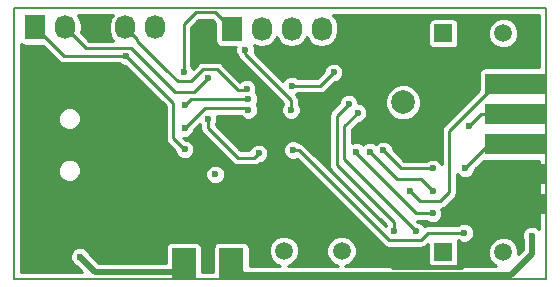
<source format=gbr>
G04 #@! TF.FileFunction,Copper,L2,Bot,Signal*
%FSLAX46Y46*%
G04 Gerber Fmt 4.6, Leading zero omitted, Abs format (unit mm)*
G04 Created by KiCad (PCBNEW 4.0.2+dfsg1-stable) date Wed 02 May 2018 20:52:18 CST*
%MOMM*%
G01*
G04 APERTURE LIST*
%ADD10C,0.100000*%
%ADD11C,0.150000*%
%ADD12C,1.501140*%
%ADD13C,2.000000*%
%ADD14R,1.727200X2.032000*%
%ADD15O,1.727200X2.032000*%
%ADD16R,1.500000X1.500000*%
%ADD17C,1.500000*%
%ADD18R,5.080000X1.778000*%
%ADD19R,2.000000X2.500000*%
%ADD20C,0.600000*%
%ADD21C,0.250000*%
%ADD22C,0.500000*%
%ADD23C,0.254000*%
G04 APERTURE END LIST*
D10*
D11*
X90170000Y-101460000D02*
X135170000Y-101460000D01*
X90170000Y-124460000D02*
X90170000Y-101460000D01*
X135170000Y-124460000D02*
X90170000Y-124460000D01*
X135170000Y-101460000D02*
X135170000Y-124460000D01*
D12*
X113002060Y-122047000D03*
X117883940Y-122047000D03*
D13*
X123095000Y-109474000D03*
X127095000Y-109474000D03*
D14*
X91948000Y-103124000D03*
D15*
X94488000Y-103124000D03*
X97028000Y-103124000D03*
X99568000Y-103124000D03*
X102108000Y-103124000D03*
D16*
X126492000Y-103632000D03*
D17*
X129032000Y-103632000D03*
X131572000Y-103632000D03*
D16*
X126492000Y-122174000D03*
D17*
X129032000Y-122174000D03*
X131572000Y-122174000D03*
D18*
X132588000Y-107950000D03*
X132588000Y-110490000D03*
X132588000Y-115570000D03*
X132588000Y-113030000D03*
X132588000Y-118110000D03*
D14*
X108585000Y-103251000D03*
D15*
X111125000Y-103251000D03*
X113665000Y-103251000D03*
X116205000Y-103251000D03*
X118745000Y-103251000D03*
D19*
X108553000Y-123063000D03*
X104553000Y-123063000D03*
D20*
X104601000Y-109728000D03*
X109982000Y-109220000D03*
X104601000Y-111633000D03*
X109982000Y-110109000D03*
X109728000Y-105029000D03*
X113601500Y-110109000D03*
X99615000Y-105537000D03*
X104595920Y-113466880D03*
X128270000Y-120523000D03*
X113772000Y-113518000D03*
X107188000Y-115570000D03*
X110871000Y-113792000D03*
X106553000Y-110871000D03*
X123651000Y-116967000D03*
X128651000Y-111506000D03*
X125603000Y-118872000D03*
X119126000Y-113665000D03*
X125603000Y-116967000D03*
X120269000Y-113665000D03*
X128350000Y-115062000D03*
X125603000Y-115062000D03*
X121412000Y-113538000D03*
X95726000Y-122555000D03*
X105156000Y-123190000D03*
X106299000Y-113157000D03*
X100584000Y-122428000D03*
X98933000Y-114935000D03*
X99568000Y-114935000D03*
X100584000Y-107950000D03*
X108839000Y-106553000D03*
X105791000Y-102743000D03*
X113919000Y-118745000D03*
X105410000Y-120396000D03*
X115379500Y-111315500D03*
X109410500Y-113347500D03*
X133985000Y-120777000D03*
X109855000Y-108331000D03*
X106553000Y-107442000D03*
X117221000Y-106934000D03*
X113665000Y-108077000D03*
X118491000Y-109601000D03*
X122301000Y-120396000D03*
X124206000Y-120396000D03*
X119253000Y-110363000D03*
X104521000Y-106934000D03*
D21*
X109474000Y-109220000D02*
X105109000Y-109220000D01*
X105109000Y-109220000D02*
X104601000Y-109728000D01*
X109982000Y-109220000D02*
X109474000Y-109220000D01*
X109474000Y-109220000D02*
X109220000Y-109220000D01*
X109982000Y-110109000D02*
X109855000Y-109982000D01*
X106299000Y-109982000D02*
X109855000Y-109982000D01*
X104648000Y-111633000D02*
X106299000Y-109982000D01*
X104648000Y-111633000D02*
X104601000Y-111633000D01*
X123444000Y-121158000D02*
X124587000Y-121158000D01*
X125222000Y-120523000D02*
X128270000Y-120523000D01*
X124587000Y-121158000D02*
X125222000Y-120523000D01*
X114280000Y-113518000D02*
X113772000Y-113518000D01*
X121920000Y-121158000D02*
X114280000Y-113518000D01*
X123444000Y-121158000D02*
X121920000Y-121158000D01*
X104595920Y-113466880D02*
X104576880Y-113466880D01*
X103632000Y-109554000D02*
X102743000Y-108665000D01*
X103632000Y-112522000D02*
X103632000Y-109554000D01*
X104576880Y-113466880D02*
X103632000Y-112522000D01*
X113601500Y-110109000D02*
X113601500Y-109283500D01*
X109728000Y-105410000D02*
X109728000Y-105029000D01*
X113601500Y-109283500D02*
X109728000Y-105410000D01*
X99615000Y-105537000D02*
X94361000Y-105537000D01*
X94361000Y-105537000D02*
X91948000Y-103124000D01*
X99615000Y-105537000D02*
X102743000Y-108665000D01*
X107188000Y-115570000D02*
X107188000Y-115445000D01*
X106553000Y-110871000D02*
X106553000Y-111633000D01*
X109093000Y-114173000D02*
X110490000Y-114173000D01*
X106553000Y-111633000D02*
X109093000Y-114173000D01*
X110490000Y-114173000D02*
X110871000Y-113792000D01*
X110490000Y-114173000D02*
X110871000Y-113792000D01*
X110490000Y-114173000D02*
X110871000Y-113792000D01*
X130937000Y-107950000D02*
X127000000Y-111887000D01*
X127000000Y-117094000D02*
X127000000Y-111887000D01*
X126238000Y-117856000D02*
X127000000Y-117094000D01*
X124540000Y-117856000D02*
X126238000Y-117856000D01*
X124540000Y-117856000D02*
X123651000Y-116967000D01*
X130937000Y-107950000D02*
X132588000Y-107950000D01*
X132196800Y-107558800D02*
X132588000Y-107950000D01*
X132588000Y-110490000D02*
X129667000Y-110490000D01*
X129667000Y-110490000D02*
X128651000Y-111506000D01*
X131963200Y-111114800D02*
X132588000Y-110490000D01*
X125603000Y-118872000D02*
X124206000Y-118872000D01*
X119126000Y-113792000D02*
X119126000Y-113665000D01*
X124206000Y-118872000D02*
X119126000Y-113792000D01*
X124587000Y-115951000D02*
X125603000Y-116967000D01*
X122555000Y-115951000D02*
X124587000Y-115951000D01*
X120269000Y-113665000D02*
X122555000Y-115951000D01*
X128350000Y-115062000D02*
X130382000Y-113030000D01*
X130382000Y-113030000D02*
X132588000Y-113030000D01*
X122936000Y-115062000D02*
X125603000Y-115062000D01*
X121412000Y-113538000D02*
X122936000Y-115062000D01*
D22*
X103791000Y-123825000D02*
X96996000Y-123825000D01*
X96996000Y-123825000D02*
X95726000Y-122555000D01*
X103791000Y-123825000D02*
X104553000Y-123063000D01*
X103791000Y-123825000D02*
X104553000Y-123063000D01*
D21*
X127127000Y-123376998D02*
X127829002Y-123376998D01*
X127829002Y-123376998D02*
X130048000Y-121158000D01*
X130048000Y-121158000D02*
X132588000Y-118618000D01*
X132588000Y-118618000D02*
X132588000Y-118110000D01*
X129032000Y-122174000D02*
X129032000Y-122487998D01*
X129032000Y-122487998D02*
X128016000Y-123503998D01*
X122233998Y-123503998D02*
X120904000Y-122174000D01*
X128016000Y-123503998D02*
X122233998Y-123503998D01*
X129032000Y-122174000D02*
X129032000Y-122555000D01*
X129032000Y-122555000D02*
X128210002Y-123376998D01*
X128210002Y-123376998D02*
X127127000Y-123376998D01*
X127127000Y-123376998D02*
X122106998Y-123376998D01*
X122106998Y-123376998D02*
X120904000Y-122174000D01*
X120904000Y-122174000D02*
X117475000Y-118745000D01*
X117475000Y-118745000D02*
X116840000Y-118745000D01*
X99568000Y-114935000D02*
X99568000Y-115062000D01*
X99568000Y-115062000D02*
X99568000Y-108966000D01*
X99568000Y-108966000D02*
X100584000Y-107950000D01*
X99568000Y-115062000D02*
X99568000Y-121412000D01*
X102235000Y-120777000D02*
X100584000Y-122428000D01*
X99568000Y-121412000D02*
X100584000Y-122428000D01*
X104140000Y-120777000D02*
X102235000Y-120777000D01*
X129032000Y-122555000D02*
X128210002Y-123376998D01*
X116840000Y-118745000D02*
X113919000Y-118745000D01*
X111633000Y-109347000D02*
X111633000Y-108585000D01*
X111633000Y-108585000D02*
X109601000Y-106553000D01*
X109601000Y-106553000D02*
X108839000Y-106553000D01*
X108839000Y-106553000D02*
X108458000Y-106553000D01*
X108458000Y-106553000D02*
X105791000Y-103886000D01*
X105791000Y-103886000D02*
X105791000Y-102743000D01*
X109601000Y-106553000D02*
X111633000Y-108585000D01*
X105791000Y-103886000D02*
X105791000Y-102743000D01*
X111633000Y-109347000D02*
X111633000Y-111633000D01*
X111633000Y-111315500D02*
X111633000Y-111633000D01*
X111633000Y-111633000D02*
X111633000Y-118999000D01*
X111633000Y-118999000D02*
X110871000Y-119761000D01*
X118745000Y-103251000D02*
X118745000Y-106934000D01*
X118745000Y-106934000D02*
X115379500Y-110299500D01*
X115379500Y-111315500D02*
X115379500Y-110299500D01*
X125190000Y-107569000D02*
X127095000Y-109474000D01*
X115379500Y-110299500D02*
X118110000Y-107569000D01*
X118110000Y-107569000D02*
X125190000Y-107569000D01*
X129032000Y-103632000D02*
X129032000Y-107537000D01*
X129032000Y-107537000D02*
X127095000Y-109474000D01*
X104140000Y-120777000D02*
X109855000Y-120777000D01*
X109855000Y-120777000D02*
X110871000Y-119761000D01*
X110871000Y-119761000D02*
X111887000Y-118745000D01*
X111887000Y-118745000D02*
X113919000Y-118745000D01*
X105410000Y-120396000D02*
X105029000Y-120777000D01*
X105029000Y-120777000D02*
X102235000Y-120777000D01*
X115379500Y-111315500D02*
X111633000Y-111315500D01*
X111633000Y-111315500D02*
X111442500Y-111315500D01*
X111442500Y-111315500D02*
X111125000Y-111633000D01*
X132588000Y-115570000D02*
X132588000Y-118110000D01*
X118745000Y-103251000D02*
X118745000Y-103759000D01*
X129032000Y-122174000D02*
X129032000Y-121666000D01*
X109410500Y-113347500D02*
X111125000Y-111633000D01*
D22*
X133985000Y-122301000D02*
X132207000Y-124079000D01*
X132207000Y-124079000D02*
X109569000Y-124079000D01*
X109569000Y-124079000D02*
X108553000Y-123063000D01*
X133985000Y-120777000D02*
X133985000Y-122301000D01*
X108553000Y-123063000D02*
X108712000Y-123063000D01*
D21*
X103060500Y-106743500D02*
X104013000Y-107696000D01*
X106172000Y-106680000D02*
X107188000Y-106680000D01*
X105156000Y-107696000D02*
X106172000Y-106680000D01*
X104013000Y-107696000D02*
X105156000Y-107696000D01*
X100584000Y-104140000D02*
X100584000Y-104267000D01*
X100584000Y-104267000D02*
X103060500Y-106743500D01*
X100584000Y-104140000D02*
X99568000Y-103124000D01*
X109728000Y-108458000D02*
X109855000Y-108331000D01*
X107188000Y-106680000D02*
X107315000Y-106680000D01*
X107315000Y-106680000D02*
X109093000Y-108458000D01*
X109093000Y-108458000D02*
X109728000Y-108458000D01*
X99568000Y-103124000D02*
X99822000Y-103124000D01*
X103378000Y-108204000D02*
X103759000Y-108585000D01*
X105410000Y-108585000D02*
X106553000Y-107442000D01*
X103759000Y-108585000D02*
X105410000Y-108585000D01*
X99822000Y-104902000D02*
X100076000Y-104902000D01*
X100076000Y-104902000D02*
X103378000Y-108204000D01*
X96266000Y-104902000D02*
X94488000Y-103124000D01*
X99822000Y-104902000D02*
X96266000Y-104902000D01*
X94488000Y-103124000D02*
X94488000Y-103378000D01*
X116078000Y-108077000D02*
X113665000Y-108077000D01*
X117221000Y-106934000D02*
X116078000Y-108077000D01*
X118491000Y-109601000D02*
X117475000Y-110617000D01*
X117475000Y-110617000D02*
X117475000Y-112395000D01*
X117475000Y-114808000D02*
X117475000Y-112395000D01*
X122301000Y-119634000D02*
X117475000Y-114808000D01*
X122301000Y-119634000D02*
X122301000Y-120396000D01*
X124206000Y-120396000D02*
X124206000Y-120396000D01*
X118110000Y-114300000D02*
X124206000Y-120396000D01*
X118110000Y-111506000D02*
X118110000Y-114300000D01*
X119253000Y-110363000D02*
X118110000Y-111506000D01*
X104521000Y-103886000D02*
X104521000Y-102870000D01*
X104521000Y-102870000D02*
X105537000Y-101854000D01*
X107188000Y-101854000D02*
X108585000Y-103251000D01*
X105537000Y-101854000D02*
X107188000Y-101854000D01*
X104521000Y-106934000D02*
X104521000Y-103886000D01*
X108585000Y-103251000D02*
X108458000Y-103251000D01*
D23*
G36*
X134568000Y-106523676D02*
X130048000Y-106523676D01*
X129852706Y-106560423D01*
X129673340Y-106675842D01*
X129553010Y-106851951D01*
X129510676Y-107061000D01*
X129510676Y-108454257D01*
X126538966Y-111425966D01*
X126397631Y-111637490D01*
X126397631Y-111637491D01*
X126347999Y-111887000D01*
X126348000Y-111887005D01*
X126348000Y-114699420D01*
X126304505Y-114594154D01*
X126072070Y-114361312D01*
X125768222Y-114235144D01*
X125439221Y-114234857D01*
X125135154Y-114360495D01*
X125085562Y-114410000D01*
X123206067Y-114410000D01*
X122239083Y-113443015D01*
X122239143Y-113374221D01*
X122113505Y-113070154D01*
X121881070Y-112837312D01*
X121577222Y-112711144D01*
X121248221Y-112710857D01*
X120944154Y-112836495D01*
X120777023Y-113003334D01*
X120738070Y-112964312D01*
X120434222Y-112838144D01*
X120105221Y-112837857D01*
X119801154Y-112963495D01*
X119697523Y-113066945D01*
X119595070Y-112964312D01*
X119291222Y-112838144D01*
X118962221Y-112837857D01*
X118762000Y-112920587D01*
X118762000Y-111776068D01*
X119347985Y-111190083D01*
X119416779Y-111190143D01*
X119720846Y-111064505D01*
X119953688Y-110832070D01*
X120079856Y-110528222D01*
X120080143Y-110199221D01*
X119954505Y-109895154D01*
X119835966Y-109776407D01*
X121567735Y-109776407D01*
X121799717Y-110337846D01*
X122228894Y-110767773D01*
X122789928Y-111000735D01*
X123397407Y-111001265D01*
X123958846Y-110769283D01*
X124388773Y-110340106D01*
X124621735Y-109779072D01*
X124622265Y-109171593D01*
X124390283Y-108610154D01*
X123961106Y-108180227D01*
X123400072Y-107947265D01*
X122792593Y-107946735D01*
X122231154Y-108178717D01*
X121801227Y-108607894D01*
X121568265Y-109168928D01*
X121567735Y-109776407D01*
X119835966Y-109776407D01*
X119722070Y-109662312D01*
X119418222Y-109536144D01*
X119318057Y-109536057D01*
X119318143Y-109437221D01*
X119192505Y-109133154D01*
X118960070Y-108900312D01*
X118656222Y-108774144D01*
X118327221Y-108773857D01*
X118023154Y-108899495D01*
X117790312Y-109131930D01*
X117664144Y-109435778D01*
X117664083Y-109505849D01*
X117013966Y-110155966D01*
X116872631Y-110367490D01*
X116865780Y-110401930D01*
X116822999Y-110617000D01*
X116823000Y-110617005D01*
X116823000Y-114807995D01*
X116822999Y-114808000D01*
X116858002Y-114983966D01*
X116872631Y-115057510D01*
X116964826Y-115195490D01*
X117013966Y-115269034D01*
X121636119Y-119891186D01*
X121605659Y-119921592D01*
X114741034Y-113056966D01*
X114630386Y-112983034D01*
X114529510Y-112915631D01*
X114488113Y-112907396D01*
X114292068Y-112868400D01*
X114241070Y-112817312D01*
X113937222Y-112691144D01*
X113608221Y-112690857D01*
X113304154Y-112816495D01*
X113071312Y-113048930D01*
X112945144Y-113352778D01*
X112944857Y-113681779D01*
X113070495Y-113985846D01*
X113302930Y-114218688D01*
X113606778Y-114344856D01*
X113935779Y-114345143D01*
X114112185Y-114272253D01*
X121458964Y-121619031D01*
X121458966Y-121619034D01*
X121600302Y-121713471D01*
X121670491Y-121760370D01*
X121920000Y-121810001D01*
X121920005Y-121810000D01*
X124586995Y-121810000D01*
X124587000Y-121810001D01*
X124795113Y-121768604D01*
X124836510Y-121760369D01*
X125048034Y-121619034D01*
X125204676Y-121462392D01*
X125204676Y-122924000D01*
X125241423Y-123119294D01*
X125356842Y-123298660D01*
X125361730Y-123302000D01*
X118192108Y-123302000D01*
X118606680Y-123130703D01*
X118966380Y-122771630D01*
X119161288Y-122302239D01*
X119161731Y-121793991D01*
X118967643Y-121324260D01*
X118608570Y-120964560D01*
X118139179Y-120769652D01*
X117630931Y-120769209D01*
X117161200Y-120963297D01*
X116801500Y-121322370D01*
X116606592Y-121791761D01*
X116606149Y-122300009D01*
X116800237Y-122769740D01*
X117159310Y-123129440D01*
X117574881Y-123302000D01*
X113310228Y-123302000D01*
X113724800Y-123130703D01*
X114084500Y-122771630D01*
X114279408Y-122302239D01*
X114279851Y-121793991D01*
X114085763Y-121324260D01*
X113726690Y-120964560D01*
X113257299Y-120769652D01*
X112749051Y-120769209D01*
X112279320Y-120963297D01*
X111919620Y-121322370D01*
X111724712Y-121791761D01*
X111724269Y-122300009D01*
X111918357Y-122769740D01*
X112277430Y-123129440D01*
X112693001Y-123302000D01*
X110090324Y-123302000D01*
X110090324Y-121813000D01*
X110053577Y-121617706D01*
X109938158Y-121438340D01*
X109762049Y-121318010D01*
X109553000Y-121275676D01*
X107553000Y-121275676D01*
X107357706Y-121312423D01*
X107178340Y-121427842D01*
X107058010Y-121603951D01*
X107015676Y-121813000D01*
X107015676Y-123858000D01*
X106090324Y-123858000D01*
X106090324Y-121813000D01*
X106053577Y-121617706D01*
X105938158Y-121438340D01*
X105762049Y-121318010D01*
X105553000Y-121275676D01*
X103553000Y-121275676D01*
X103357706Y-121312423D01*
X103178340Y-121427842D01*
X103058010Y-121603951D01*
X103015676Y-121813000D01*
X103015676Y-123048000D01*
X97317844Y-123048000D01*
X96477151Y-122207307D01*
X96427505Y-122087154D01*
X96195070Y-121854312D01*
X95891222Y-121728144D01*
X95562221Y-121727857D01*
X95258154Y-121853495D01*
X95025312Y-122085930D01*
X94899144Y-122389778D01*
X94898857Y-122718779D01*
X95024495Y-123022846D01*
X95256930Y-123255688D01*
X95378199Y-123306043D01*
X95930156Y-123858000D01*
X90772000Y-123858000D01*
X90772000Y-115423041D01*
X93854151Y-115423041D01*
X94002513Y-115782105D01*
X94276990Y-116057061D01*
X94635794Y-116206050D01*
X95024301Y-116206389D01*
X95383365Y-116058027D01*
X95658321Y-115783550D01*
X95678987Y-115733779D01*
X106360857Y-115733779D01*
X106486495Y-116037846D01*
X106718930Y-116270688D01*
X107022778Y-116396856D01*
X107351779Y-116397143D01*
X107655846Y-116271505D01*
X107888688Y-116039070D01*
X108014856Y-115735222D01*
X108015143Y-115406221D01*
X107889505Y-115102154D01*
X107657070Y-114869312D01*
X107353222Y-114743144D01*
X107024221Y-114742857D01*
X106720154Y-114868495D01*
X106487312Y-115100930D01*
X106361144Y-115404778D01*
X106360857Y-115733779D01*
X95678987Y-115733779D01*
X95807310Y-115424746D01*
X95807649Y-115036239D01*
X95659287Y-114677175D01*
X95384810Y-114402219D01*
X95026006Y-114253230D01*
X94637499Y-114252891D01*
X94278435Y-114401253D01*
X94003479Y-114675730D01*
X93854490Y-115034534D01*
X93854151Y-115423041D01*
X90772000Y-115423041D01*
X90772000Y-111023761D01*
X93854151Y-111023761D01*
X94002513Y-111382825D01*
X94276990Y-111657781D01*
X94635794Y-111806770D01*
X95024301Y-111807109D01*
X95383365Y-111658747D01*
X95658321Y-111384270D01*
X95807310Y-111025466D01*
X95807649Y-110636959D01*
X95659287Y-110277895D01*
X95384810Y-110002939D01*
X95026006Y-109853950D01*
X94637499Y-109853611D01*
X94278435Y-110001973D01*
X94003479Y-110276450D01*
X93854490Y-110635254D01*
X93854151Y-111023761D01*
X90772000Y-111023761D01*
X90772000Y-104564373D01*
X90875351Y-104634990D01*
X91084400Y-104677324D01*
X92579256Y-104677324D01*
X93899964Y-105998031D01*
X93899966Y-105998034D01*
X94111490Y-106139369D01*
X94361000Y-106189000D01*
X99097327Y-106189000D01*
X99145930Y-106237688D01*
X99449778Y-106363856D01*
X99519849Y-106363917D01*
X102980000Y-109824068D01*
X102980000Y-112521995D01*
X102979999Y-112522000D01*
X103004369Y-112644510D01*
X103029631Y-112771510D01*
X103092767Y-112866000D01*
X103170966Y-112983034D01*
X103768820Y-113580888D01*
X103768777Y-113630659D01*
X103894415Y-113934726D01*
X104126850Y-114167568D01*
X104430698Y-114293736D01*
X104759699Y-114294023D01*
X105063766Y-114168385D01*
X105296608Y-113935950D01*
X105422776Y-113632102D01*
X105423063Y-113303101D01*
X105297425Y-112999034D01*
X105064990Y-112766192D01*
X104761142Y-112640024D01*
X104672014Y-112639946D01*
X104491973Y-112459905D01*
X104764779Y-112460143D01*
X105068846Y-112334505D01*
X105301688Y-112102070D01*
X105427856Y-111798222D01*
X105427876Y-111775192D01*
X105857853Y-111345215D01*
X105901000Y-111388438D01*
X105901000Y-111632995D01*
X105900999Y-111633000D01*
X105925435Y-111755842D01*
X105950631Y-111882510D01*
X106069871Y-112060966D01*
X106091966Y-112094034D01*
X108631964Y-114634031D01*
X108631966Y-114634034D01*
X108843490Y-114775369D01*
X109093000Y-114825000D01*
X110489995Y-114825000D01*
X110490000Y-114825001D01*
X110698113Y-114783604D01*
X110739510Y-114775369D01*
X110951034Y-114634034D01*
X110965985Y-114619083D01*
X111034779Y-114619143D01*
X111338846Y-114493505D01*
X111571688Y-114261070D01*
X111697856Y-113957222D01*
X111698143Y-113628221D01*
X111572505Y-113324154D01*
X111340070Y-113091312D01*
X111036222Y-112965144D01*
X110707221Y-112964857D01*
X110403154Y-113090495D01*
X110170312Y-113322930D01*
X110088067Y-113521000D01*
X109363067Y-113521000D01*
X107217882Y-111375814D01*
X107253688Y-111340070D01*
X107379856Y-111036222D01*
X107380143Y-110707221D01*
X107349889Y-110634000D01*
X109337549Y-110634000D01*
X109512930Y-110809688D01*
X109816778Y-110935856D01*
X110145779Y-110936143D01*
X110449846Y-110810505D01*
X110682688Y-110578070D01*
X110808856Y-110274222D01*
X110809143Y-109945221D01*
X110693021Y-109664185D01*
X110808856Y-109385222D01*
X110809143Y-109056221D01*
X110683505Y-108752154D01*
X110607288Y-108675803D01*
X110681856Y-108496222D01*
X110682143Y-108167221D01*
X110556505Y-107863154D01*
X110324070Y-107630312D01*
X110020222Y-107504144D01*
X109691221Y-107503857D01*
X109387154Y-107629495D01*
X109286770Y-107729703D01*
X107776034Y-106218966D01*
X107731186Y-106189000D01*
X107564510Y-106077631D01*
X107523113Y-106069396D01*
X107315000Y-106027999D01*
X107314995Y-106028000D01*
X106172005Y-106028000D01*
X106172000Y-106027999D01*
X105963887Y-106069396D01*
X105922490Y-106077631D01*
X105755814Y-106189000D01*
X105710966Y-106218966D01*
X105293049Y-106636883D01*
X105222505Y-106466154D01*
X105173000Y-106416562D01*
X105173000Y-103140068D01*
X105807068Y-102506000D01*
X106917932Y-102506000D01*
X107184076Y-102772144D01*
X107184076Y-104267000D01*
X107220823Y-104462294D01*
X107336242Y-104641660D01*
X107512351Y-104761990D01*
X107721400Y-104804324D01*
X108925831Y-104804324D01*
X108901144Y-104863778D01*
X108900857Y-105192779D01*
X109026495Y-105496846D01*
X109109893Y-105580390D01*
X109117396Y-105618113D01*
X109125631Y-105659510D01*
X109210489Y-105786509D01*
X109266966Y-105871034D01*
X112949500Y-109553567D01*
X112949500Y-109591327D01*
X112900812Y-109639930D01*
X112774644Y-109943778D01*
X112774357Y-110272779D01*
X112899995Y-110576846D01*
X113132430Y-110809688D01*
X113436278Y-110935856D01*
X113765279Y-110936143D01*
X114069346Y-110810505D01*
X114302188Y-110578070D01*
X114428356Y-110274222D01*
X114428643Y-109945221D01*
X114303005Y-109641154D01*
X114253500Y-109591562D01*
X114253500Y-109283500D01*
X114203869Y-109033990D01*
X114062534Y-108822466D01*
X114062531Y-108822464D01*
X114051984Y-108811917D01*
X114132846Y-108778505D01*
X114182438Y-108729000D01*
X116077995Y-108729000D01*
X116078000Y-108729001D01*
X116286113Y-108687604D01*
X116327510Y-108679369D01*
X116539034Y-108538034D01*
X117315985Y-107761083D01*
X117384779Y-107761143D01*
X117688846Y-107635505D01*
X117921688Y-107403070D01*
X118047856Y-107099222D01*
X118048143Y-106770221D01*
X117922505Y-106466154D01*
X117690070Y-106233312D01*
X117386222Y-106107144D01*
X117057221Y-106106857D01*
X116753154Y-106232495D01*
X116520312Y-106464930D01*
X116394144Y-106768778D01*
X116394083Y-106838849D01*
X115807932Y-107425000D01*
X114182673Y-107425000D01*
X114134070Y-107376312D01*
X113830222Y-107250144D01*
X113501221Y-107249857D01*
X113197154Y-107375495D01*
X112964312Y-107607930D01*
X112930185Y-107690118D01*
X110519482Y-105279414D01*
X110554856Y-105194222D01*
X110555143Y-104865221D01*
X110456951Y-104627578D01*
X110592840Y-104718376D01*
X111125000Y-104824229D01*
X111657160Y-104718376D01*
X112108303Y-104416932D01*
X112395000Y-103987859D01*
X112681697Y-104416932D01*
X113132840Y-104718376D01*
X113665000Y-104824229D01*
X114197160Y-104718376D01*
X114648303Y-104416932D01*
X114935000Y-103987859D01*
X115221697Y-104416932D01*
X115672840Y-104718376D01*
X116205000Y-104824229D01*
X116737160Y-104718376D01*
X117188303Y-104416932D01*
X117489747Y-103965789D01*
X117595600Y-103433629D01*
X117595600Y-103068371D01*
X117558529Y-102882000D01*
X125204676Y-102882000D01*
X125204676Y-104382000D01*
X125241423Y-104577294D01*
X125356842Y-104756660D01*
X125532951Y-104876990D01*
X125742000Y-104919324D01*
X127242000Y-104919324D01*
X127437294Y-104882577D01*
X127616660Y-104767158D01*
X127736990Y-104591049D01*
X127779324Y-104382000D01*
X127779324Y-103884897D01*
X130294779Y-103884897D01*
X130488781Y-104354417D01*
X130847693Y-104713957D01*
X131316875Y-104908778D01*
X131824897Y-104909221D01*
X132294417Y-104715219D01*
X132653957Y-104356307D01*
X132848778Y-103887125D01*
X132849221Y-103379103D01*
X132655219Y-102909583D01*
X132296307Y-102550043D01*
X131827125Y-102355222D01*
X131319103Y-102354779D01*
X130849583Y-102548781D01*
X130490043Y-102907693D01*
X130295222Y-103376875D01*
X130294779Y-103884897D01*
X127779324Y-103884897D01*
X127779324Y-102882000D01*
X127742577Y-102686706D01*
X127627158Y-102507340D01*
X127451049Y-102387010D01*
X127242000Y-102344676D01*
X125742000Y-102344676D01*
X125546706Y-102381423D01*
X125367340Y-102496842D01*
X125247010Y-102672951D01*
X125204676Y-102882000D01*
X117558529Y-102882000D01*
X117489747Y-102536211D01*
X117188303Y-102085068D01*
X117153779Y-102062000D01*
X134568000Y-102062000D01*
X134568000Y-106523676D01*
X134568000Y-106523676D01*
G37*
X134568000Y-106523676D02*
X130048000Y-106523676D01*
X129852706Y-106560423D01*
X129673340Y-106675842D01*
X129553010Y-106851951D01*
X129510676Y-107061000D01*
X129510676Y-108454257D01*
X126538966Y-111425966D01*
X126397631Y-111637490D01*
X126397631Y-111637491D01*
X126347999Y-111887000D01*
X126348000Y-111887005D01*
X126348000Y-114699420D01*
X126304505Y-114594154D01*
X126072070Y-114361312D01*
X125768222Y-114235144D01*
X125439221Y-114234857D01*
X125135154Y-114360495D01*
X125085562Y-114410000D01*
X123206067Y-114410000D01*
X122239083Y-113443015D01*
X122239143Y-113374221D01*
X122113505Y-113070154D01*
X121881070Y-112837312D01*
X121577222Y-112711144D01*
X121248221Y-112710857D01*
X120944154Y-112836495D01*
X120777023Y-113003334D01*
X120738070Y-112964312D01*
X120434222Y-112838144D01*
X120105221Y-112837857D01*
X119801154Y-112963495D01*
X119697523Y-113066945D01*
X119595070Y-112964312D01*
X119291222Y-112838144D01*
X118962221Y-112837857D01*
X118762000Y-112920587D01*
X118762000Y-111776068D01*
X119347985Y-111190083D01*
X119416779Y-111190143D01*
X119720846Y-111064505D01*
X119953688Y-110832070D01*
X120079856Y-110528222D01*
X120080143Y-110199221D01*
X119954505Y-109895154D01*
X119835966Y-109776407D01*
X121567735Y-109776407D01*
X121799717Y-110337846D01*
X122228894Y-110767773D01*
X122789928Y-111000735D01*
X123397407Y-111001265D01*
X123958846Y-110769283D01*
X124388773Y-110340106D01*
X124621735Y-109779072D01*
X124622265Y-109171593D01*
X124390283Y-108610154D01*
X123961106Y-108180227D01*
X123400072Y-107947265D01*
X122792593Y-107946735D01*
X122231154Y-108178717D01*
X121801227Y-108607894D01*
X121568265Y-109168928D01*
X121567735Y-109776407D01*
X119835966Y-109776407D01*
X119722070Y-109662312D01*
X119418222Y-109536144D01*
X119318057Y-109536057D01*
X119318143Y-109437221D01*
X119192505Y-109133154D01*
X118960070Y-108900312D01*
X118656222Y-108774144D01*
X118327221Y-108773857D01*
X118023154Y-108899495D01*
X117790312Y-109131930D01*
X117664144Y-109435778D01*
X117664083Y-109505849D01*
X117013966Y-110155966D01*
X116872631Y-110367490D01*
X116865780Y-110401930D01*
X116822999Y-110617000D01*
X116823000Y-110617005D01*
X116823000Y-114807995D01*
X116822999Y-114808000D01*
X116858002Y-114983966D01*
X116872631Y-115057510D01*
X116964826Y-115195490D01*
X117013966Y-115269034D01*
X121636119Y-119891186D01*
X121605659Y-119921592D01*
X114741034Y-113056966D01*
X114630386Y-112983034D01*
X114529510Y-112915631D01*
X114488113Y-112907396D01*
X114292068Y-112868400D01*
X114241070Y-112817312D01*
X113937222Y-112691144D01*
X113608221Y-112690857D01*
X113304154Y-112816495D01*
X113071312Y-113048930D01*
X112945144Y-113352778D01*
X112944857Y-113681779D01*
X113070495Y-113985846D01*
X113302930Y-114218688D01*
X113606778Y-114344856D01*
X113935779Y-114345143D01*
X114112185Y-114272253D01*
X121458964Y-121619031D01*
X121458966Y-121619034D01*
X121600302Y-121713471D01*
X121670491Y-121760370D01*
X121920000Y-121810001D01*
X121920005Y-121810000D01*
X124586995Y-121810000D01*
X124587000Y-121810001D01*
X124795113Y-121768604D01*
X124836510Y-121760369D01*
X125048034Y-121619034D01*
X125204676Y-121462392D01*
X125204676Y-122924000D01*
X125241423Y-123119294D01*
X125356842Y-123298660D01*
X125361730Y-123302000D01*
X118192108Y-123302000D01*
X118606680Y-123130703D01*
X118966380Y-122771630D01*
X119161288Y-122302239D01*
X119161731Y-121793991D01*
X118967643Y-121324260D01*
X118608570Y-120964560D01*
X118139179Y-120769652D01*
X117630931Y-120769209D01*
X117161200Y-120963297D01*
X116801500Y-121322370D01*
X116606592Y-121791761D01*
X116606149Y-122300009D01*
X116800237Y-122769740D01*
X117159310Y-123129440D01*
X117574881Y-123302000D01*
X113310228Y-123302000D01*
X113724800Y-123130703D01*
X114084500Y-122771630D01*
X114279408Y-122302239D01*
X114279851Y-121793991D01*
X114085763Y-121324260D01*
X113726690Y-120964560D01*
X113257299Y-120769652D01*
X112749051Y-120769209D01*
X112279320Y-120963297D01*
X111919620Y-121322370D01*
X111724712Y-121791761D01*
X111724269Y-122300009D01*
X111918357Y-122769740D01*
X112277430Y-123129440D01*
X112693001Y-123302000D01*
X110090324Y-123302000D01*
X110090324Y-121813000D01*
X110053577Y-121617706D01*
X109938158Y-121438340D01*
X109762049Y-121318010D01*
X109553000Y-121275676D01*
X107553000Y-121275676D01*
X107357706Y-121312423D01*
X107178340Y-121427842D01*
X107058010Y-121603951D01*
X107015676Y-121813000D01*
X107015676Y-123858000D01*
X106090324Y-123858000D01*
X106090324Y-121813000D01*
X106053577Y-121617706D01*
X105938158Y-121438340D01*
X105762049Y-121318010D01*
X105553000Y-121275676D01*
X103553000Y-121275676D01*
X103357706Y-121312423D01*
X103178340Y-121427842D01*
X103058010Y-121603951D01*
X103015676Y-121813000D01*
X103015676Y-123048000D01*
X97317844Y-123048000D01*
X96477151Y-122207307D01*
X96427505Y-122087154D01*
X96195070Y-121854312D01*
X95891222Y-121728144D01*
X95562221Y-121727857D01*
X95258154Y-121853495D01*
X95025312Y-122085930D01*
X94899144Y-122389778D01*
X94898857Y-122718779D01*
X95024495Y-123022846D01*
X95256930Y-123255688D01*
X95378199Y-123306043D01*
X95930156Y-123858000D01*
X90772000Y-123858000D01*
X90772000Y-115423041D01*
X93854151Y-115423041D01*
X94002513Y-115782105D01*
X94276990Y-116057061D01*
X94635794Y-116206050D01*
X95024301Y-116206389D01*
X95383365Y-116058027D01*
X95658321Y-115783550D01*
X95678987Y-115733779D01*
X106360857Y-115733779D01*
X106486495Y-116037846D01*
X106718930Y-116270688D01*
X107022778Y-116396856D01*
X107351779Y-116397143D01*
X107655846Y-116271505D01*
X107888688Y-116039070D01*
X108014856Y-115735222D01*
X108015143Y-115406221D01*
X107889505Y-115102154D01*
X107657070Y-114869312D01*
X107353222Y-114743144D01*
X107024221Y-114742857D01*
X106720154Y-114868495D01*
X106487312Y-115100930D01*
X106361144Y-115404778D01*
X106360857Y-115733779D01*
X95678987Y-115733779D01*
X95807310Y-115424746D01*
X95807649Y-115036239D01*
X95659287Y-114677175D01*
X95384810Y-114402219D01*
X95026006Y-114253230D01*
X94637499Y-114252891D01*
X94278435Y-114401253D01*
X94003479Y-114675730D01*
X93854490Y-115034534D01*
X93854151Y-115423041D01*
X90772000Y-115423041D01*
X90772000Y-111023761D01*
X93854151Y-111023761D01*
X94002513Y-111382825D01*
X94276990Y-111657781D01*
X94635794Y-111806770D01*
X95024301Y-111807109D01*
X95383365Y-111658747D01*
X95658321Y-111384270D01*
X95807310Y-111025466D01*
X95807649Y-110636959D01*
X95659287Y-110277895D01*
X95384810Y-110002939D01*
X95026006Y-109853950D01*
X94637499Y-109853611D01*
X94278435Y-110001973D01*
X94003479Y-110276450D01*
X93854490Y-110635254D01*
X93854151Y-111023761D01*
X90772000Y-111023761D01*
X90772000Y-104564373D01*
X90875351Y-104634990D01*
X91084400Y-104677324D01*
X92579256Y-104677324D01*
X93899964Y-105998031D01*
X93899966Y-105998034D01*
X94111490Y-106139369D01*
X94361000Y-106189000D01*
X99097327Y-106189000D01*
X99145930Y-106237688D01*
X99449778Y-106363856D01*
X99519849Y-106363917D01*
X102980000Y-109824068D01*
X102980000Y-112521995D01*
X102979999Y-112522000D01*
X103004369Y-112644510D01*
X103029631Y-112771510D01*
X103092767Y-112866000D01*
X103170966Y-112983034D01*
X103768820Y-113580888D01*
X103768777Y-113630659D01*
X103894415Y-113934726D01*
X104126850Y-114167568D01*
X104430698Y-114293736D01*
X104759699Y-114294023D01*
X105063766Y-114168385D01*
X105296608Y-113935950D01*
X105422776Y-113632102D01*
X105423063Y-113303101D01*
X105297425Y-112999034D01*
X105064990Y-112766192D01*
X104761142Y-112640024D01*
X104672014Y-112639946D01*
X104491973Y-112459905D01*
X104764779Y-112460143D01*
X105068846Y-112334505D01*
X105301688Y-112102070D01*
X105427856Y-111798222D01*
X105427876Y-111775192D01*
X105857853Y-111345215D01*
X105901000Y-111388438D01*
X105901000Y-111632995D01*
X105900999Y-111633000D01*
X105925435Y-111755842D01*
X105950631Y-111882510D01*
X106069871Y-112060966D01*
X106091966Y-112094034D01*
X108631964Y-114634031D01*
X108631966Y-114634034D01*
X108843490Y-114775369D01*
X109093000Y-114825000D01*
X110489995Y-114825000D01*
X110490000Y-114825001D01*
X110698113Y-114783604D01*
X110739510Y-114775369D01*
X110951034Y-114634034D01*
X110965985Y-114619083D01*
X111034779Y-114619143D01*
X111338846Y-114493505D01*
X111571688Y-114261070D01*
X111697856Y-113957222D01*
X111698143Y-113628221D01*
X111572505Y-113324154D01*
X111340070Y-113091312D01*
X111036222Y-112965144D01*
X110707221Y-112964857D01*
X110403154Y-113090495D01*
X110170312Y-113322930D01*
X110088067Y-113521000D01*
X109363067Y-113521000D01*
X107217882Y-111375814D01*
X107253688Y-111340070D01*
X107379856Y-111036222D01*
X107380143Y-110707221D01*
X107349889Y-110634000D01*
X109337549Y-110634000D01*
X109512930Y-110809688D01*
X109816778Y-110935856D01*
X110145779Y-110936143D01*
X110449846Y-110810505D01*
X110682688Y-110578070D01*
X110808856Y-110274222D01*
X110809143Y-109945221D01*
X110693021Y-109664185D01*
X110808856Y-109385222D01*
X110809143Y-109056221D01*
X110683505Y-108752154D01*
X110607288Y-108675803D01*
X110681856Y-108496222D01*
X110682143Y-108167221D01*
X110556505Y-107863154D01*
X110324070Y-107630312D01*
X110020222Y-107504144D01*
X109691221Y-107503857D01*
X109387154Y-107629495D01*
X109286770Y-107729703D01*
X107776034Y-106218966D01*
X107731186Y-106189000D01*
X107564510Y-106077631D01*
X107523113Y-106069396D01*
X107315000Y-106027999D01*
X107314995Y-106028000D01*
X106172005Y-106028000D01*
X106172000Y-106027999D01*
X105963887Y-106069396D01*
X105922490Y-106077631D01*
X105755814Y-106189000D01*
X105710966Y-106218966D01*
X105293049Y-106636883D01*
X105222505Y-106466154D01*
X105173000Y-106416562D01*
X105173000Y-103140068D01*
X105807068Y-102506000D01*
X106917932Y-102506000D01*
X107184076Y-102772144D01*
X107184076Y-104267000D01*
X107220823Y-104462294D01*
X107336242Y-104641660D01*
X107512351Y-104761990D01*
X107721400Y-104804324D01*
X108925831Y-104804324D01*
X108901144Y-104863778D01*
X108900857Y-105192779D01*
X109026495Y-105496846D01*
X109109893Y-105580390D01*
X109117396Y-105618113D01*
X109125631Y-105659510D01*
X109210489Y-105786509D01*
X109266966Y-105871034D01*
X112949500Y-109553567D01*
X112949500Y-109591327D01*
X112900812Y-109639930D01*
X112774644Y-109943778D01*
X112774357Y-110272779D01*
X112899995Y-110576846D01*
X113132430Y-110809688D01*
X113436278Y-110935856D01*
X113765279Y-110936143D01*
X114069346Y-110810505D01*
X114302188Y-110578070D01*
X114428356Y-110274222D01*
X114428643Y-109945221D01*
X114303005Y-109641154D01*
X114253500Y-109591562D01*
X114253500Y-109283500D01*
X114203869Y-109033990D01*
X114062534Y-108822466D01*
X114062531Y-108822464D01*
X114051984Y-108811917D01*
X114132846Y-108778505D01*
X114182438Y-108729000D01*
X116077995Y-108729000D01*
X116078000Y-108729001D01*
X116286113Y-108687604D01*
X116327510Y-108679369D01*
X116539034Y-108538034D01*
X117315985Y-107761083D01*
X117384779Y-107761143D01*
X117688846Y-107635505D01*
X117921688Y-107403070D01*
X118047856Y-107099222D01*
X118048143Y-106770221D01*
X117922505Y-106466154D01*
X117690070Y-106233312D01*
X117386222Y-106107144D01*
X117057221Y-106106857D01*
X116753154Y-106232495D01*
X116520312Y-106464930D01*
X116394144Y-106768778D01*
X116394083Y-106838849D01*
X115807932Y-107425000D01*
X114182673Y-107425000D01*
X114134070Y-107376312D01*
X113830222Y-107250144D01*
X113501221Y-107249857D01*
X113197154Y-107375495D01*
X112964312Y-107607930D01*
X112930185Y-107690118D01*
X110519482Y-105279414D01*
X110554856Y-105194222D01*
X110555143Y-104865221D01*
X110456951Y-104627578D01*
X110592840Y-104718376D01*
X111125000Y-104824229D01*
X111657160Y-104718376D01*
X112108303Y-104416932D01*
X112395000Y-103987859D01*
X112681697Y-104416932D01*
X113132840Y-104718376D01*
X113665000Y-104824229D01*
X114197160Y-104718376D01*
X114648303Y-104416932D01*
X114935000Y-103987859D01*
X115221697Y-104416932D01*
X115672840Y-104718376D01*
X116205000Y-104824229D01*
X116737160Y-104718376D01*
X117188303Y-104416932D01*
X117489747Y-103965789D01*
X117595600Y-103433629D01*
X117595600Y-103068371D01*
X117558529Y-102882000D01*
X125204676Y-102882000D01*
X125204676Y-104382000D01*
X125241423Y-104577294D01*
X125356842Y-104756660D01*
X125532951Y-104876990D01*
X125742000Y-104919324D01*
X127242000Y-104919324D01*
X127437294Y-104882577D01*
X127616660Y-104767158D01*
X127736990Y-104591049D01*
X127779324Y-104382000D01*
X127779324Y-103884897D01*
X130294779Y-103884897D01*
X130488781Y-104354417D01*
X130847693Y-104713957D01*
X131316875Y-104908778D01*
X131824897Y-104909221D01*
X132294417Y-104715219D01*
X132653957Y-104356307D01*
X132848778Y-103887125D01*
X132849221Y-103379103D01*
X132655219Y-102909583D01*
X132296307Y-102550043D01*
X131827125Y-102355222D01*
X131319103Y-102354779D01*
X130849583Y-102548781D01*
X130490043Y-102907693D01*
X130295222Y-103376875D01*
X130294779Y-103884897D01*
X127779324Y-103884897D01*
X127779324Y-102882000D01*
X127742577Y-102686706D01*
X127627158Y-102507340D01*
X127451049Y-102387010D01*
X127242000Y-102344676D01*
X125742000Y-102344676D01*
X125546706Y-102381423D01*
X125367340Y-102496842D01*
X125247010Y-102672951D01*
X125204676Y-102882000D01*
X117558529Y-102882000D01*
X117489747Y-102536211D01*
X117188303Y-102085068D01*
X117153779Y-102062000D01*
X134568000Y-102062000D01*
X134568000Y-106523676D01*
G36*
X130048000Y-114456324D02*
X134568000Y-114456324D01*
X134568000Y-120190441D01*
X134454070Y-120076312D01*
X134150222Y-119950144D01*
X133821221Y-119949857D01*
X133517154Y-120075495D01*
X133284312Y-120307930D01*
X133158144Y-120611778D01*
X133157857Y-120940779D01*
X133208000Y-121062134D01*
X133208000Y-121979156D01*
X132848857Y-122338299D01*
X132849221Y-121921103D01*
X132655219Y-121451583D01*
X132296307Y-121092043D01*
X131827125Y-120897222D01*
X131319103Y-120896779D01*
X130849583Y-121090781D01*
X130490043Y-121449693D01*
X130295222Y-121918875D01*
X130294779Y-122426897D01*
X130488781Y-122896417D01*
X130847693Y-123255957D01*
X130958577Y-123302000D01*
X127621551Y-123302000D01*
X127736990Y-123133049D01*
X127779324Y-122924000D01*
X127779324Y-121424000D01*
X127742577Y-121228706D01*
X127708018Y-121175000D01*
X127752327Y-121175000D01*
X127800930Y-121223688D01*
X128104778Y-121349856D01*
X128433779Y-121350143D01*
X128737846Y-121224505D01*
X128970688Y-120992070D01*
X129096856Y-120688222D01*
X129097143Y-120359221D01*
X128971505Y-120055154D01*
X128739070Y-119822312D01*
X128435222Y-119696144D01*
X128106221Y-119695857D01*
X127802154Y-119821495D01*
X127752562Y-119871000D01*
X125222005Y-119871000D01*
X125222000Y-119870999D01*
X124972491Y-119920630D01*
X124961231Y-119928154D01*
X124919129Y-119956286D01*
X124907505Y-119928154D01*
X124675070Y-119695312D01*
X124371222Y-119569144D01*
X124301151Y-119569083D01*
X124256068Y-119524000D01*
X125085327Y-119524000D01*
X125133930Y-119572688D01*
X125437778Y-119698856D01*
X125766779Y-119699143D01*
X126070846Y-119573505D01*
X126303688Y-119341070D01*
X126429856Y-119037222D01*
X126430143Y-118708221D01*
X126339104Y-118487890D01*
X126446113Y-118466604D01*
X126487510Y-118458369D01*
X126699034Y-118317034D01*
X127461031Y-117555036D01*
X127461034Y-117555034D01*
X127602369Y-117343510D01*
X127602370Y-117343509D01*
X127652001Y-117094000D01*
X127652000Y-117093995D01*
X127652000Y-115533357D01*
X127880930Y-115762688D01*
X128184778Y-115888856D01*
X128513779Y-115889143D01*
X128817846Y-115763505D01*
X129050688Y-115531070D01*
X129176856Y-115227222D01*
X129176917Y-115157151D01*
X129906416Y-114427652D01*
X130048000Y-114456324D01*
X130048000Y-114456324D01*
G37*
X130048000Y-114456324D02*
X134568000Y-114456324D01*
X134568000Y-120190441D01*
X134454070Y-120076312D01*
X134150222Y-119950144D01*
X133821221Y-119949857D01*
X133517154Y-120075495D01*
X133284312Y-120307930D01*
X133158144Y-120611778D01*
X133157857Y-120940779D01*
X133208000Y-121062134D01*
X133208000Y-121979156D01*
X132848857Y-122338299D01*
X132849221Y-121921103D01*
X132655219Y-121451583D01*
X132296307Y-121092043D01*
X131827125Y-120897222D01*
X131319103Y-120896779D01*
X130849583Y-121090781D01*
X130490043Y-121449693D01*
X130295222Y-121918875D01*
X130294779Y-122426897D01*
X130488781Y-122896417D01*
X130847693Y-123255957D01*
X130958577Y-123302000D01*
X127621551Y-123302000D01*
X127736990Y-123133049D01*
X127779324Y-122924000D01*
X127779324Y-121424000D01*
X127742577Y-121228706D01*
X127708018Y-121175000D01*
X127752327Y-121175000D01*
X127800930Y-121223688D01*
X128104778Y-121349856D01*
X128433779Y-121350143D01*
X128737846Y-121224505D01*
X128970688Y-120992070D01*
X129096856Y-120688222D01*
X129097143Y-120359221D01*
X128971505Y-120055154D01*
X128739070Y-119822312D01*
X128435222Y-119696144D01*
X128106221Y-119695857D01*
X127802154Y-119821495D01*
X127752562Y-119871000D01*
X125222005Y-119871000D01*
X125222000Y-119870999D01*
X124972491Y-119920630D01*
X124961231Y-119928154D01*
X124919129Y-119956286D01*
X124907505Y-119928154D01*
X124675070Y-119695312D01*
X124371222Y-119569144D01*
X124301151Y-119569083D01*
X124256068Y-119524000D01*
X125085327Y-119524000D01*
X125133930Y-119572688D01*
X125437778Y-119698856D01*
X125766779Y-119699143D01*
X126070846Y-119573505D01*
X126303688Y-119341070D01*
X126429856Y-119037222D01*
X126430143Y-118708221D01*
X126339104Y-118487890D01*
X126446113Y-118466604D01*
X126487510Y-118458369D01*
X126699034Y-118317034D01*
X127461031Y-117555036D01*
X127461034Y-117555034D01*
X127602369Y-117343510D01*
X127602370Y-117343509D01*
X127652001Y-117094000D01*
X127652000Y-117093995D01*
X127652000Y-115533357D01*
X127880930Y-115762688D01*
X128184778Y-115888856D01*
X128513779Y-115889143D01*
X128817846Y-115763505D01*
X129050688Y-115531070D01*
X129176856Y-115227222D01*
X129176917Y-115157151D01*
X129906416Y-114427652D01*
X130048000Y-114456324D01*
G36*
X98283253Y-102409211D02*
X98177400Y-102941371D01*
X98177400Y-103306629D01*
X98283253Y-103838789D01*
X98558015Y-104250000D01*
X96536067Y-104250000D01*
X95831166Y-103545098D01*
X95878600Y-103306629D01*
X95878600Y-102941371D01*
X95772747Y-102409211D01*
X95540748Y-102062000D01*
X98515252Y-102062000D01*
X98283253Y-102409211D01*
X98283253Y-102409211D01*
G37*
X98283253Y-102409211D02*
X98177400Y-102941371D01*
X98177400Y-103306629D01*
X98283253Y-103838789D01*
X98558015Y-104250000D01*
X96536067Y-104250000D01*
X95831166Y-103545098D01*
X95878600Y-103306629D01*
X95878600Y-102941371D01*
X95772747Y-102409211D01*
X95540748Y-102062000D01*
X98515252Y-102062000D01*
X98283253Y-102409211D01*
M02*

</source>
